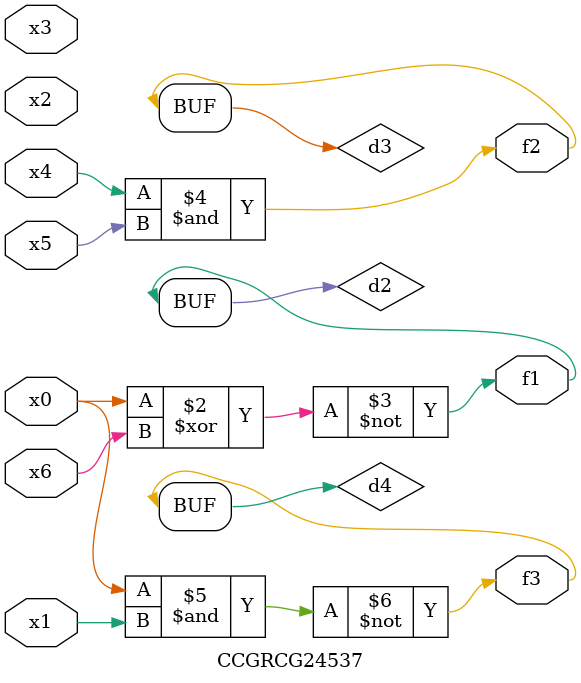
<source format=v>
module CCGRCG24537(
	input x0, x1, x2, x3, x4, x5, x6,
	output f1, f2, f3
);

	wire d1, d2, d3, d4;

	nor (d1, x0);
	xnor (d2, x0, x6);
	and (d3, x4, x5);
	nand (d4, x0, x1);
	assign f1 = d2;
	assign f2 = d3;
	assign f3 = d4;
endmodule

</source>
